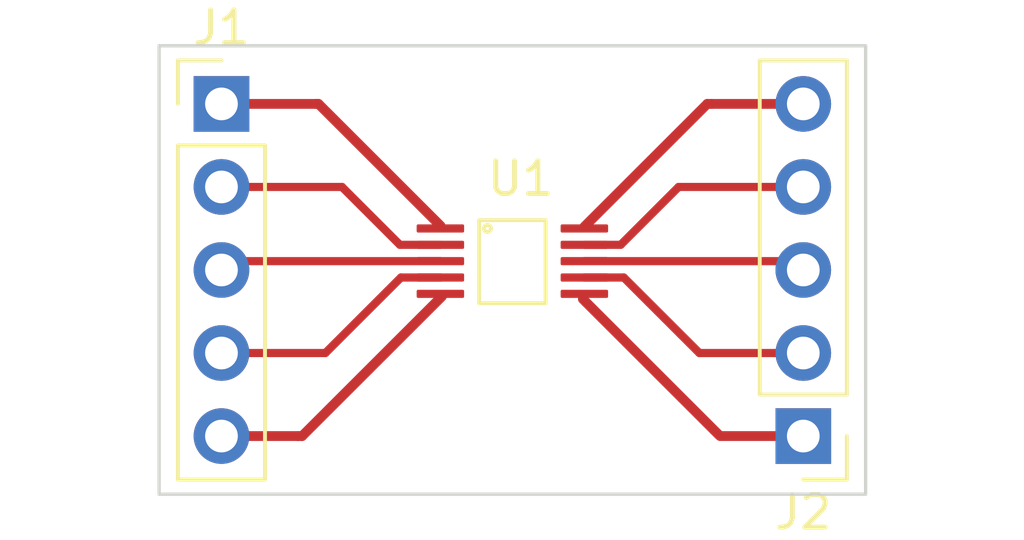
<source format=kicad_pcb>
(kicad_pcb (version 20171130) (host pcbnew "(5.1.4)-1")

  (general
    (thickness 1.6)
    (drawings 4)
    (tracks 27)
    (zones 0)
    (modules 3)
    (nets 11)
  )

  (page A4)
  (layers
    (0 F.Cu signal)
    (31 B.Cu signal)
    (32 B.Adhes user)
    (33 F.Adhes user)
    (34 B.Paste user)
    (35 F.Paste user)
    (36 B.SilkS user)
    (37 F.SilkS user)
    (38 B.Mask user)
    (39 F.Mask user)
    (40 Dwgs.User user)
    (41 Cmts.User user)
    (42 Eco1.User user)
    (43 Eco2.User user)
    (44 Edge.Cuts user)
    (45 Margin user)
    (46 B.CrtYd user)
    (47 F.CrtYd user)
    (48 B.Fab user)
    (49 F.Fab user)
  )

  (setup
    (last_trace_width 0.25)
    (user_trace_width 0.4)
    (trace_clearance 0.2)
    (zone_clearance 0.508)
    (zone_45_only no)
    (trace_min 0.2)
    (via_size 0.8)
    (via_drill 0.4)
    (via_min_size 0.4)
    (via_min_drill 0.3)
    (uvia_size 0.3)
    (uvia_drill 0.1)
    (uvias_allowed no)
    (uvia_min_size 0.2)
    (uvia_min_drill 0.1)
    (edge_width 0.1)
    (segment_width 0.2)
    (pcb_text_width 0.3)
    (pcb_text_size 1.5 1.5)
    (mod_edge_width 0.15)
    (mod_text_size 1 1)
    (mod_text_width 0.15)
    (pad_size 1.7 1.7)
    (pad_drill 1)
    (pad_to_mask_clearance 0)
    (aux_axis_origin 0 0)
    (visible_elements 7FFFFFFF)
    (pcbplotparams
      (layerselection 0x01000_ffffffff)
      (usegerberextensions false)
      (usegerberattributes false)
      (usegerberadvancedattributes false)
      (creategerberjobfile false)
      (excludeedgelayer true)
      (linewidth 0.100000)
      (plotframeref false)
      (viasonmask false)
      (mode 1)
      (useauxorigin false)
      (hpglpennumber 1)
      (hpglpenspeed 20)
      (hpglpendiameter 15.000000)
      (psnegative false)
      (psa4output false)
      (plotreference true)
      (plotvalue false)
      (plotinvisibletext false)
      (padsonsilk false)
      (subtractmaskfromsilk false)
      (outputformat 1)
      (mirror false)
      (drillshape 0)
      (scaleselection 1)
      (outputdirectory "AR_PDM_INA233_breakout_Gerber/"))
  )

  (net 0 "")
  (net 1 "Net-(J1-Pad1)")
  (net 2 "Net-(J1-Pad2)")
  (net 3 "Net-(J1-Pad3)")
  (net 4 "Net-(J1-Pad4)")
  (net 5 "Net-(J1-Pad5)")
  (net 6 IN+)
  (net 7 IN-)
  (net 8 VBUS)
  (net 9 GND)
  (net 10 VS)

  (net_class Default "This is the default net class."
    (clearance 0.2)
    (trace_width 0.25)
    (via_dia 0.8)
    (via_drill 0.4)
    (uvia_dia 0.3)
    (uvia_drill 0.1)
    (add_net GND)
    (add_net IN+)
    (add_net IN-)
    (add_net "Net-(J1-Pad1)")
    (add_net "Net-(J1-Pad2)")
    (add_net "Net-(J1-Pad3)")
    (add_net "Net-(J1-Pad4)")
    (add_net "Net-(J1-Pad5)")
    (add_net VBUS)
    (add_net VS)
  )

  (module AR_Footprints:INA233 (layer F.Cu) (tedit 5DD4FFFF) (tstamp 5DD2FB83)
    (at 136.525 83.82)
    (path /5DD2F90B)
    (fp_text reference U1 (at 0.254 -1.524) (layer F.SilkS)
      (effects (font (size 1 1) (thickness 0.15)))
    )
    (fp_text value INA233 (at 0 3.81) (layer F.Fab)
      (effects (font (size 1 1) (thickness 0.15)))
    )
    (fp_line (start -1.016 -0.254) (end -1.016 2.286) (layer F.SilkS) (width 0.12))
    (fp_line (start -1.016 2.286) (end 1.016 2.286) (layer F.SilkS) (width 0.12))
    (fp_line (start 1.016 2.286) (end 1.016 -0.254) (layer F.SilkS) (width 0.12))
    (fp_line (start 1.016 -0.254) (end -1.016 -0.254) (layer F.SilkS) (width 0.12))
    (fp_circle (center -0.762 0) (end -0.6858 0.0762) (layer F.SilkS) (width 0.12))
    (pad 1 smd roundrect (at -2.2 0 270) (size 0.25 1.45) (layers F.Cu F.Paste F.Mask) (roundrect_rratio 0.167)
      (net 1 "Net-(J1-Pad1)"))
    (pad 2 smd roundrect (at -2.2 0.5 270) (size 0.25 1.45) (layers F.Cu F.Paste F.Mask) (roundrect_rratio 0.167)
      (net 2 "Net-(J1-Pad2)"))
    (pad 3 smd roundrect (at -2.2 1 270) (size 0.25 1.45) (layers F.Cu F.Paste F.Mask) (roundrect_rratio 0.167)
      (net 3 "Net-(J1-Pad3)"))
    (pad 4 smd roundrect (at -2.2 1.5 270) (size 0.25 1.45) (layers F.Cu F.Paste F.Mask) (roundrect_rratio 0.167)
      (net 4 "Net-(J1-Pad4)"))
    (pad 5 smd roundrect (at -2.2 2 270) (size 0.25 1.45) (layers F.Cu F.Paste F.Mask) (roundrect_rratio 0.167)
      (net 5 "Net-(J1-Pad5)"))
    (pad 10 smd roundrect (at 2.2 0 270) (size 0.25 1.45) (layers F.Cu F.Paste F.Mask) (roundrect_rratio 0.167)
      (net 6 IN+))
    (pad 9 smd roundrect (at 2.2 0.5 270) (size 0.25 1.45) (layers F.Cu F.Paste F.Mask) (roundrect_rratio 0.167)
      (net 7 IN-))
    (pad 8 smd roundrect (at 2.2 1 270) (size 0.25 1.45) (layers F.Cu F.Paste F.Mask) (roundrect_rratio 0.167)
      (net 8 VBUS))
    (pad 7 smd roundrect (at 2.2 1.5 270) (size 0.25 1.45) (layers F.Cu F.Paste F.Mask) (roundrect_rratio 0.167)
      (net 9 GND))
    (pad 6 smd roundrect (at 2.2 2 270) (size 0.25 1.45) (layers F.Cu F.Paste F.Mask) (roundrect_rratio 0.167)
      (net 10 VS))
  )

  (module Connector_PinHeader_2.54mm:PinHeader_1x05_P2.54mm_Vertical (layer F.Cu) (tedit 59FED5CC) (tstamp 5DD2FB57)
    (at 127.635 80.01)
    (descr "Through hole straight pin header, 1x05, 2.54mm pitch, single row")
    (tags "Through hole pin header THT 1x05 2.54mm single row")
    (path /5DD369A8)
    (fp_text reference J1 (at 0 -2.33) (layer F.SilkS)
      (effects (font (size 1 1) (thickness 0.15)))
    )
    (fp_text value Conn_01x05_Male (at 0 12.49) (layer F.Fab)
      (effects (font (size 1 1) (thickness 0.15)))
    )
    (fp_line (start -0.635 -1.27) (end 1.27 -1.27) (layer F.Fab) (width 0.1))
    (fp_line (start 1.27 -1.27) (end 1.27 11.43) (layer F.Fab) (width 0.1))
    (fp_line (start 1.27 11.43) (end -1.27 11.43) (layer F.Fab) (width 0.1))
    (fp_line (start -1.27 11.43) (end -1.27 -0.635) (layer F.Fab) (width 0.1))
    (fp_line (start -1.27 -0.635) (end -0.635 -1.27) (layer F.Fab) (width 0.1))
    (fp_line (start -1.33 11.49) (end 1.33 11.49) (layer F.SilkS) (width 0.12))
    (fp_line (start -1.33 1.27) (end -1.33 11.49) (layer F.SilkS) (width 0.12))
    (fp_line (start 1.33 1.27) (end 1.33 11.49) (layer F.SilkS) (width 0.12))
    (fp_line (start -1.33 1.27) (end 1.33 1.27) (layer F.SilkS) (width 0.12))
    (fp_line (start -1.33 0) (end -1.33 -1.33) (layer F.SilkS) (width 0.12))
    (fp_line (start -1.33 -1.33) (end 0 -1.33) (layer F.SilkS) (width 0.12))
    (fp_line (start -1.8 -1.8) (end -1.8 11.95) (layer F.CrtYd) (width 0.05))
    (fp_line (start -1.8 11.95) (end 1.8 11.95) (layer F.CrtYd) (width 0.05))
    (fp_line (start 1.8 11.95) (end 1.8 -1.8) (layer F.CrtYd) (width 0.05))
    (fp_line (start 1.8 -1.8) (end -1.8 -1.8) (layer F.CrtYd) (width 0.05))
    (fp_text user %R (at 0 5.08 90) (layer F.Fab)
      (effects (font (size 1 1) (thickness 0.15)))
    )
    (pad 1 thru_hole rect (at 0 0) (size 1.7 1.7) (drill 1) (layers *.Cu *.Mask)
      (net 1 "Net-(J1-Pad1)"))
    (pad 2 thru_hole oval (at 0 2.54) (size 1.7 1.7) (drill 1) (layers *.Cu *.Mask)
      (net 2 "Net-(J1-Pad2)"))
    (pad 3 thru_hole oval (at 0 5.08) (size 1.7 1.7) (drill 1) (layers *.Cu *.Mask)
      (net 3 "Net-(J1-Pad3)"))
    (pad 4 thru_hole oval (at 0 7.62) (size 1.7 1.7) (drill 1) (layers *.Cu *.Mask)
      (net 4 "Net-(J1-Pad4)"))
    (pad 5 thru_hole oval (at 0 10.16) (size 1.7 1.7) (drill 1) (layers *.Cu *.Mask)
      (net 5 "Net-(J1-Pad5)"))
    (model ${KISYS3DMOD}/Connector_PinHeader_2.54mm.3dshapes/PinHeader_1x05_P2.54mm_Vertical.wrl
      (offset (xyz 0 0 -1.5))
      (scale (xyz 1 1 1))
      (rotate (xyz 0 180 0))
    )
  )

  (module Connector_PinHeader_2.54mm:PinHeader_1x05_P2.54mm_Vertical (layer F.Cu) (tedit 59FED5CC) (tstamp 5DD2FB70)
    (at 145.415 90.17 180)
    (descr "Through hole straight pin header, 1x05, 2.54mm pitch, single row")
    (tags "Through hole pin header THT 1x05 2.54mm single row")
    (path /5DD370D3)
    (fp_text reference J2 (at 0 -2.33) (layer F.SilkS)
      (effects (font (size 1 1) (thickness 0.15)))
    )
    (fp_text value Conn_01x05_Male (at 0 12.49) (layer F.Fab)
      (effects (font (size 1 1) (thickness 0.15)))
    )
    (fp_text user %R (at 0 5.08 90) (layer F.Fab)
      (effects (font (size 1 1) (thickness 0.15)))
    )
    (fp_line (start 1.8 -1.8) (end -1.8 -1.8) (layer F.CrtYd) (width 0.05))
    (fp_line (start 1.8 11.95) (end 1.8 -1.8) (layer F.CrtYd) (width 0.05))
    (fp_line (start -1.8 11.95) (end 1.8 11.95) (layer F.CrtYd) (width 0.05))
    (fp_line (start -1.8 -1.8) (end -1.8 11.95) (layer F.CrtYd) (width 0.05))
    (fp_line (start -1.33 -1.33) (end 0 -1.33) (layer F.SilkS) (width 0.12))
    (fp_line (start -1.33 0) (end -1.33 -1.33) (layer F.SilkS) (width 0.12))
    (fp_line (start -1.33 1.27) (end 1.33 1.27) (layer F.SilkS) (width 0.12))
    (fp_line (start 1.33 1.27) (end 1.33 11.49) (layer F.SilkS) (width 0.12))
    (fp_line (start -1.33 1.27) (end -1.33 11.49) (layer F.SilkS) (width 0.12))
    (fp_line (start -1.33 11.49) (end 1.33 11.49) (layer F.SilkS) (width 0.12))
    (fp_line (start -1.27 -0.635) (end -0.635 -1.27) (layer F.Fab) (width 0.1))
    (fp_line (start -1.27 11.43) (end -1.27 -0.635) (layer F.Fab) (width 0.1))
    (fp_line (start 1.27 11.43) (end -1.27 11.43) (layer F.Fab) (width 0.1))
    (fp_line (start 1.27 -1.27) (end 1.27 11.43) (layer F.Fab) (width 0.1))
    (fp_line (start -0.635 -1.27) (end 1.27 -1.27) (layer F.Fab) (width 0.1))
    (pad 5 thru_hole oval (at 0 10.16 180) (size 1.7 1.7) (drill 1) (layers *.Cu *.Mask)
      (net 6 IN+))
    (pad 4 thru_hole oval (at 0 7.62 180) (size 1.7 1.7) (drill 1) (layers *.Cu *.Mask)
      (net 7 IN-))
    (pad 3 thru_hole oval (at 0 5.08 180) (size 1.7 1.7) (drill 1) (layers *.Cu *.Mask)
      (net 8 VBUS))
    (pad 2 thru_hole oval (at 0 2.54 180) (size 1.7 1.7) (drill 1) (layers *.Cu *.Mask)
      (net 9 GND))
    (pad 1 thru_hole rect (at 0 0 180) (size 1.7 1.7) (drill 1) (layers *.Cu *.Mask)
      (net 10 VS))
    (model ${KISYS3DMOD}/Connector_PinHeader_2.54mm.3dshapes/PinHeader_1x05_P2.54mm_Vertical.wrl
      (offset (xyz 0 0 -1.5))
      (scale (xyz 1 1 1))
      (rotate (xyz 0 180 0))
    )
  )

  (gr_line (start 125.73 91.948) (end 147.32 91.948) (layer Edge.Cuts) (width 0.1) (tstamp 5DD30267))
  (gr_line (start 125.73 78.232) (end 125.73 91.948) (layer Edge.Cuts) (width 0.1))
  (gr_line (start 147.32 78.232) (end 125.73 78.232) (layer Edge.Cuts) (width 0.1))
  (gr_line (start 147.32 91.948) (end 147.32 78.232) (layer Edge.Cuts) (width 0.1))

  (segment (start 130.515 80.01) (end 127.635 80.01) (width 0.3) (layer F.Cu) (net 1))
  (segment (start 130.6 80.01) (end 130.515 80.01) (width 0.3) (layer F.Cu) (net 1))
  (segment (start 134.33 83.74) (end 130.6 80.01) (width 0.3) (layer F.Cu) (net 1))
  (segment (start 131.318 82.55) (end 127.635 82.55) (width 0.25) (layer F.Cu) (net 2))
  (segment (start 134.325 84.32) (end 133.088 84.32) (width 0.25) (layer F.Cu) (net 2))
  (segment (start 133.088 84.32) (end 131.318 82.55) (width 0.25) (layer F.Cu) (net 2))
  (segment (start 127.905 84.82) (end 127.635 85.09) (width 0.25) (layer F.Cu) (net 3))
  (segment (start 134.325 84.82) (end 127.905 84.82) (width 0.25) (layer F.Cu) (net 3))
  (segment (start 134.325 85.32) (end 133.12 85.32) (width 0.25) (layer F.Cu) (net 4))
  (segment (start 130.81 87.63) (end 127.635 87.63) (width 0.25) (layer F.Cu) (net 4))
  (segment (start 133.12 85.32) (end 130.81 87.63) (width 0.25) (layer F.Cu) (net 4))
  (segment (start 129.975 90.17) (end 127.635 90.17) (width 0.3) (layer F.Cu) (net 5))
  (segment (start 130.1 90.17) (end 129.975 90.17) (width 0.3) (layer F.Cu) (net 5))
  (segment (start 134.37 85.9) (end 130.1 90.17) (width 0.3) (layer F.Cu) (net 5))
  (segment (start 142.61 80.01) (end 145.415 80.01) (width 0.3) (layer F.Cu) (net 6))
  (segment (start 142.48 80.01) (end 138.73 83.76) (width 0.3) (layer F.Cu) (net 6))
  (segment (start 142.61 80.01) (end 142.48 80.01) (width 0.3) (layer F.Cu) (net 6))
  (segment (start 141.605 82.55) (end 145.415 82.55) (width 0.25) (layer F.Cu) (net 7))
  (segment (start 138.725 84.32) (end 139.835 84.32) (width 0.25) (layer F.Cu) (net 7))
  (segment (start 139.835 84.32) (end 141.605 82.55) (width 0.25) (layer F.Cu) (net 7))
  (segment (start 145.145 84.82) (end 145.415 85.09) (width 0.25) (layer F.Cu) (net 8))
  (segment (start 138.725 84.82) (end 145.145 84.82) (width 0.25) (layer F.Cu) (net 8))
  (segment (start 142.24 87.63) (end 145.415 87.63) (width 0.25) (layer F.Cu) (net 9))
  (segment (start 138.725 85.32) (end 139.93 85.32) (width 0.25) (layer F.Cu) (net 9))
  (segment (start 139.93 85.32) (end 142.24 87.63) (width 0.25) (layer F.Cu) (net 9))
  (segment (start 142.875 90.17) (end 145.415 90.17) (width 0.3) (layer F.Cu) (net 10))
  (segment (start 138.68 85.98) (end 142.83 90.13) (width 0.3) (layer F.Cu) (net 10))

)

</source>
